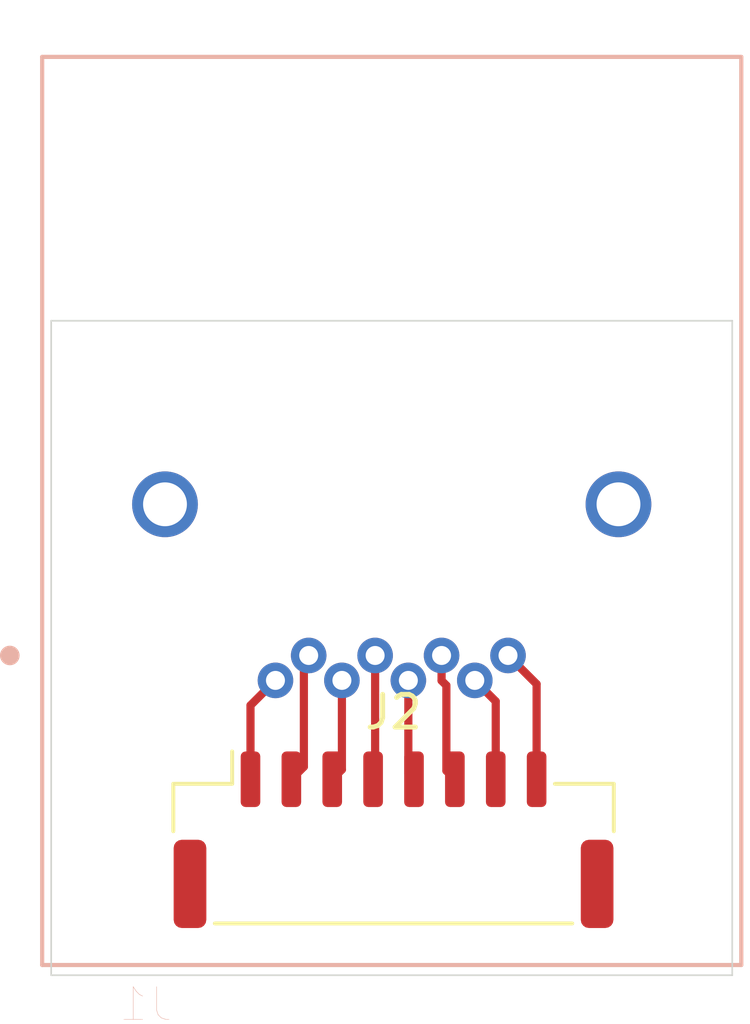
<source format=kicad_pcb>
(kicad_pcb (version 20171130) (host pcbnew "(5.1.6)-1")

  (general
    (thickness 1.6)
    (drawings 4)
    (tracks 19)
    (zones 0)
    (modules 2)
    (nets 9)
  )

  (page A4)
  (layers
    (0 F.Cu signal)
    (31 B.Cu signal)
    (32 B.Adhes user)
    (33 F.Adhes user)
    (34 B.Paste user)
    (35 F.Paste user)
    (36 B.SilkS user)
    (37 F.SilkS user)
    (38 B.Mask user)
    (39 F.Mask user)
    (40 Dwgs.User user)
    (41 Cmts.User user)
    (42 Eco1.User user)
    (43 Eco2.User user)
    (44 Edge.Cuts user)
    (45 Margin user)
    (46 B.CrtYd user)
    (47 F.CrtYd user)
    (48 B.Fab user)
    (49 F.Fab user)
  )

  (setup
    (last_trace_width 0.25)
    (trace_clearance 0.2)
    (zone_clearance 0.508)
    (zone_45_only no)
    (trace_min 0.2)
    (via_size 0.8)
    (via_drill 0.4)
    (via_min_size 0.4)
    (via_min_drill 0.3)
    (uvia_size 0.3)
    (uvia_drill 0.1)
    (uvias_allowed no)
    (uvia_min_size 0.2)
    (uvia_min_drill 0.1)
    (edge_width 0.05)
    (segment_width 0.2)
    (pcb_text_width 0.3)
    (pcb_text_size 1.5 1.5)
    (mod_edge_width 0.12)
    (mod_text_size 1 1)
    (mod_text_width 0.15)
    (pad_size 1.524 1.524)
    (pad_drill 0.762)
    (pad_to_mask_clearance 0.05)
    (aux_axis_origin 0 0)
    (visible_elements 7FFFFFFF)
    (pcbplotparams
      (layerselection 0x010fc_ffffffff)
      (usegerberextensions false)
      (usegerberattributes true)
      (usegerberadvancedattributes true)
      (creategerberjobfile true)
      (excludeedgelayer true)
      (linewidth 0.100000)
      (plotframeref false)
      (viasonmask false)
      (mode 1)
      (useauxorigin false)
      (hpglpennumber 1)
      (hpglpenspeed 20)
      (hpglpendiameter 15.000000)
      (psnegative false)
      (psa4output false)
      (plotreference true)
      (plotvalue true)
      (plotinvisibletext false)
      (padsonsilk false)
      (subtractmaskfromsilk false)
      (outputformat 1)
      (mirror false)
      (drillshape 1)
      (scaleselection 1)
      (outputdirectory ""))
  )

  (net 0 "")
  (net 1 "Net-(J1-Pad3)")
  (net 2 "Net-(J1-Pad2)")
  (net 3 "Net-(J1-Pad4)")
  (net 4 "Net-(J1-Pad8)")
  (net 5 "Net-(J1-Pad6)")
  (net 6 "Net-(J1-Pad5)")
  (net 7 "Net-(J1-Pad1)")
  (net 8 "Net-(J1-Pad7)")

  (net_class Default "This is the default net class."
    (clearance 0.2)
    (trace_width 0.25)
    (via_dia 0.8)
    (via_drill 0.4)
    (uvia_dia 0.3)
    (uvia_drill 0.1)
    (add_net "Net-(J1-Pad1)")
    (add_net "Net-(J1-Pad2)")
    (add_net "Net-(J1-Pad3)")
    (add_net "Net-(J1-Pad4)")
    (add_net "Net-(J1-Pad5)")
    (add_net "Net-(J1-Pad6)")
    (add_net "Net-(J1-Pad7)")
    (add_net "Net-(J1-Pad8)")
  )

  (module SS-60400-004:BEL_SS-60400-004 (layer B.Cu) (tedit 5FFF3C6A) (tstamp 602AFD12)
    (at 141.478 69.342)
    (path /5FFF4313)
    (fp_text reference J1 (at -7.525 15.087) (layer B.SilkS)
      (effects (font (size 1 1) (thickness 0.015)) (justify mirror))
    )
    (fp_text value 8P8C (at -0.54 -15.013) (layer B.Fab)
      (effects (font (size 1 1) (thickness 0.015)) (justify mirror))
    )
    (fp_line (start 10.94 14.135) (end -10.94 14.135) (layer B.CrtYd) (width 0.05))
    (fp_line (start 10.94 -14.135) (end 10.94 14.135) (layer B.CrtYd) (width 0.05))
    (fp_line (start -10.94 -14.135) (end 10.94 -14.135) (layer B.CrtYd) (width 0.05))
    (fp_line (start -10.94 14.135) (end -10.94 -14.135) (layer B.CrtYd) (width 0.05))
    (fp_line (start -10.69 -13.885) (end -10.69 13.885) (layer B.SilkS) (width 0.127))
    (fp_line (start 10.69 -13.885) (end -10.69 -13.885) (layer B.SilkS) (width 0.127))
    (fp_line (start 10.69 13.885) (end 10.69 -13.885) (layer B.SilkS) (width 0.127))
    (fp_line (start -10.69 13.885) (end 10.69 13.885) (layer B.SilkS) (width 0.127))
    (fp_line (start -10.69 -13.885) (end -10.69 13.885) (layer B.Fab) (width 0.127))
    (fp_line (start 10.69 -13.885) (end -10.69 -13.885) (layer B.Fab) (width 0.127))
    (fp_line (start 10.69 13.885) (end 10.69 -13.885) (layer B.Fab) (width 0.127))
    (fp_line (start -10.69 13.885) (end 10.69 13.885) (layer B.Fab) (width 0.127))
    (fp_circle (center -11.68 4.42) (end -11.53 4.42) (layer B.Fab) (width 0.3))
    (fp_circle (center -11.68 4.42) (end -11.53 4.42) (layer B.SilkS) (width 0.3))
    (pad None np_thru_hole circle (at -5.207 -3.048) (size 2.61 2.61) (drill 2.61) (layers *.Cu *.Mask))
    (pad 3 thru_hole circle (at -1.524 5.1816) (size 1.088 1.088) (drill 0.58) (layers *.Cu *.Mask)
      (net 1 "Net-(J1-Pad3)"))
    (pad 2 thru_hole circle (at -3.556 5.1816) (size 1.088 1.088) (drill 0.58) (layers *.Cu *.Mask)
      (net 2 "Net-(J1-Pad2)"))
    (pad 4 thru_hole circle (at 0.508 5.1816) (size 1.088 1.088) (drill 0.58) (layers *.Cu *.Mask)
      (net 3 "Net-(J1-Pad4)"))
    (pad 8 thru_hole circle (at 2.54 5.1816) (size 1.088 1.088) (drill 0.58) (layers *.Cu *.Mask)
      (net 4 "Net-(J1-Pad8)"))
    (pad 6 thru_hole circle (at 1.524 4.4196) (size 1.088 1.088) (drill 0.58) (layers *.Cu *.Mask)
      (net 5 "Net-(J1-Pad6)"))
    (pad 5 thru_hole circle (at -0.508 4.4196) (size 1.088 1.088) (drill 0.58) (layers *.Cu *.Mask)
      (net 6 "Net-(J1-Pad5)"))
    (pad 1 thru_hole circle (at -2.54 4.4196) (size 1.088 1.088) (drill 0.58) (layers *.Cu *.Mask)
      (net 7 "Net-(J1-Pad1)"))
    (pad 7 thru_hole circle (at 3.556 4.4196) (size 1.088 1.088) (drill 0.58) (layers *.Cu *.Mask)
      (net 8 "Net-(J1-Pad7)"))
    (pad None np_thru_hole circle (at 5.207 -3.048) (size 2.61 2.61) (drill 2.61) (layers *.Cu *.Mask))
    (pad S1 thru_hole circle (at -6.9342 -0.2032) (size 2.01 2.01) (drill 1.34) (layers *.Cu *.Mask))
    (pad S2 thru_hole circle (at 6.9342 -0.2032) (size 2.01 2.01) (drill 1.34) (layers *.Cu *.Mask))
  )

  (module Connector_JST:JST_GH_SM08B-GHS-TB_1x08-1MP_P1.25mm_Horizontal (layer F.Cu) (tedit 5B78AD87) (tstamp 5FFFF298)
    (at 141.5334 79.3962)
    (descr "JST GH series connector, SM08B-GHS-TB (http://www.jst-mfg.com/product/pdf/eng/eGH.pdf), generated with kicad-footprint-generator")
    (tags "connector JST GH top entry")
    (path /5FFF4F1D)
    (attr smd)
    (fp_text reference J2 (at 0 -3.9) (layer F.SilkS)
      (effects (font (size 1 1) (thickness 0.15)))
    )
    (fp_text value Conn_01x08 (at 0 3.9) (layer F.Fab)
      (effects (font (size 1 1) (thickness 0.15)))
    )
    (fp_line (start -6.625 -1.6) (end 6.625 -1.6) (layer F.Fab) (width 0.1))
    (fp_line (start -6.735 -0.26) (end -6.735 -1.71) (layer F.SilkS) (width 0.12))
    (fp_line (start -6.735 -1.71) (end -4.935 -1.71) (layer F.SilkS) (width 0.12))
    (fp_line (start -4.935 -1.71) (end -4.935 -2.7) (layer F.SilkS) (width 0.12))
    (fp_line (start 6.735 -0.26) (end 6.735 -1.71) (layer F.SilkS) (width 0.12))
    (fp_line (start 6.735 -1.71) (end 4.935 -1.71) (layer F.SilkS) (width 0.12))
    (fp_line (start -5.465 2.56) (end 5.465 2.56) (layer F.SilkS) (width 0.12))
    (fp_line (start -6.625 2.45) (end 6.625 2.45) (layer F.Fab) (width 0.1))
    (fp_line (start -6.625 -1.6) (end -6.625 2.45) (layer F.Fab) (width 0.1))
    (fp_line (start 6.625 -1.6) (end 6.625 2.45) (layer F.Fab) (width 0.1))
    (fp_line (start -7.22 -3.2) (end -7.22 3.2) (layer F.CrtYd) (width 0.05))
    (fp_line (start -7.22 3.2) (end 7.22 3.2) (layer F.CrtYd) (width 0.05))
    (fp_line (start 7.22 3.2) (end 7.22 -3.2) (layer F.CrtYd) (width 0.05))
    (fp_line (start 7.22 -3.2) (end -7.22 -3.2) (layer F.CrtYd) (width 0.05))
    (fp_line (start -4.875 -1.6) (end -4.375 -0.892893) (layer F.Fab) (width 0.1))
    (fp_line (start -4.375 -0.892893) (end -3.875 -1.6) (layer F.Fab) (width 0.1))
    (pad 1 smd roundrect (at -4.375 -1.85) (size 0.6 1.7) (layers F.Cu F.Paste F.Mask) (roundrect_rratio 0.25)
      (net 2 "Net-(J1-Pad2)"))
    (pad 2 smd roundrect (at -3.125 -1.85) (size 0.6 1.7) (layers F.Cu F.Paste F.Mask) (roundrect_rratio 0.25)
      (net 7 "Net-(J1-Pad1)"))
    (pad 3 smd roundrect (at -1.875 -1.85) (size 0.6 1.7) (layers F.Cu F.Paste F.Mask) (roundrect_rratio 0.25)
      (net 1 "Net-(J1-Pad3)"))
    (pad 4 smd roundrect (at -0.625 -1.85) (size 0.6 1.7) (layers F.Cu F.Paste F.Mask) (roundrect_rratio 0.25)
      (net 6 "Net-(J1-Pad5)"))
    (pad 5 smd roundrect (at 0.625 -1.85) (size 0.6 1.7) (layers F.Cu F.Paste F.Mask) (roundrect_rratio 0.25)
      (net 3 "Net-(J1-Pad4)"))
    (pad 6 smd roundrect (at 1.875 -1.85) (size 0.6 1.7) (layers F.Cu F.Paste F.Mask) (roundrect_rratio 0.25)
      (net 5 "Net-(J1-Pad6)"))
    (pad 7 smd roundrect (at 3.125 -1.85) (size 0.6 1.7) (layers F.Cu F.Paste F.Mask) (roundrect_rratio 0.25)
      (net 4 "Net-(J1-Pad8)"))
    (pad 8 smd roundrect (at 4.375 -1.85) (size 0.6 1.7) (layers F.Cu F.Paste F.Mask) (roundrect_rratio 0.25)
      (net 8 "Net-(J1-Pad7)"))
    (pad MP smd roundrect (at -6.225 1.35) (size 1 2.7) (layers F.Cu F.Paste F.Mask) (roundrect_rratio 0.25))
    (pad MP smd roundrect (at 6.225 1.35) (size 1 2.7) (layers F.Cu F.Paste F.Mask) (roundrect_rratio 0.25))
    (model ${KISYS3DMOD}/Connector_JST.3dshapes/JST_GH_SM08B-GHS-TB_1x08-1MP_P1.25mm_Horizontal.wrl
      (at (xyz 0 0 0))
      (scale (xyz 1 1 1))
      (rotate (xyz 0 0 0))
    )
  )

  (gr_line (start 131.064 63.5254) (end 151.892 63.5254) (layer Edge.Cuts) (width 0.05) (tstamp 602AFF60))
  (gr_line (start 131.064 83.5406) (end 131.064 63.5254) (layer Edge.Cuts) (width 0.05))
  (gr_line (start 151.892 83.5406) (end 131.064 83.5406) (layer Edge.Cuts) (width 0.05))
  (gr_line (start 151.892 63.5254) (end 151.892 83.5406) (layer Edge.Cuts) (width 0.05))

  (segment (start 139.954 77.2506) (end 139.6584 77.5462) (width 0.25) (layer F.Cu) (net 1))
  (segment (start 139.954 74.5236) (end 139.954 77.2506) (width 0.25) (layer F.Cu) (net 1))
  (segment (start 137.1584 75.2872) (end 137.1584 77.5462) (width 0.25) (layer F.Cu) (net 2))
  (segment (start 137.922 74.5236) (end 137.1584 75.2872) (width 0.25) (layer F.Cu) (net 2))
  (segment (start 141.986 77.3738) (end 142.1584 77.5462) (width 0.25) (layer F.Cu) (net 3))
  (segment (start 141.986 74.5236) (end 141.986 77.3738) (width 0.25) (layer F.Cu) (net 3))
  (segment (start 144.6584 75.164) (end 144.6584 77.5462) (width 0.25) (layer F.Cu) (net 4))
  (segment (start 144.018 74.5236) (end 144.6584 75.164) (width 0.25) (layer F.Cu) (net 4))
  (segment (start 143.148999 77.286799) (end 143.4084 77.5462) (width 0.25) (layer F.Cu) (net 5))
  (segment (start 143.148999 74.677931) (end 143.148999 77.286799) (width 0.25) (layer F.Cu) (net 5))
  (segment (start 143.002 74.530932) (end 143.148999 74.677931) (width 0.25) (layer F.Cu) (net 5))
  (segment (start 143.002 73.7616) (end 143.002 74.530932) (width 0.25) (layer F.Cu) (net 5))
  (segment (start 140.97 77.4846) (end 140.9084 77.5462) (width 0.25) (layer F.Cu) (net 6))
  (segment (start 140.97 73.7616) (end 140.97 77.4846) (width 0.25) (layer F.Cu) (net 6))
  (segment (start 138.791001 77.163599) (end 138.791001 73.908599) (width 0.25) (layer F.Cu) (net 7))
  (segment (start 138.791001 73.908599) (end 138.938 73.7616) (width 0.25) (layer F.Cu) (net 7))
  (segment (start 138.4084 77.5462) (end 138.791001 77.163599) (width 0.25) (layer F.Cu) (net 7))
  (segment (start 145.9084 74.636) (end 145.9084 77.5462) (width 0.25) (layer F.Cu) (net 8))
  (segment (start 145.034 73.7616) (end 145.9084 74.636) (width 0.25) (layer F.Cu) (net 8))

)

</source>
